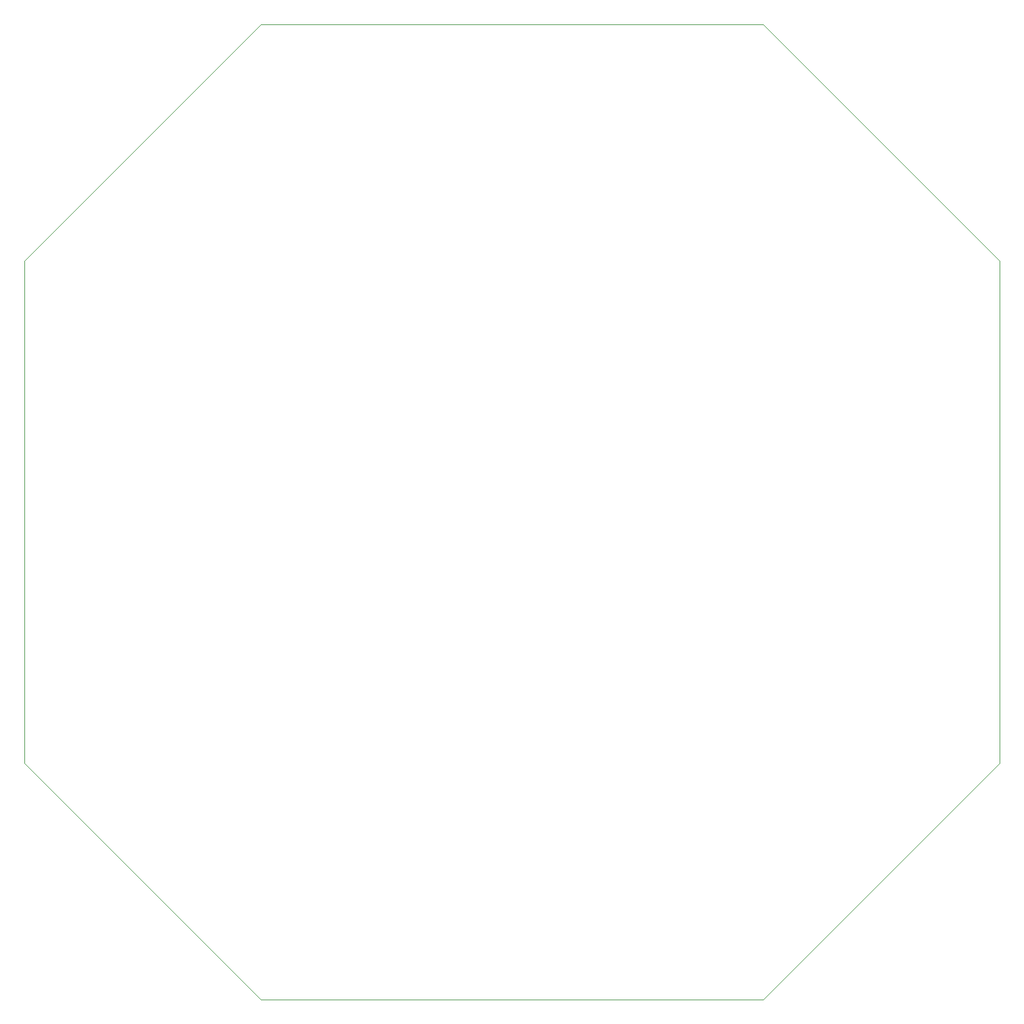
<source format=gbr>
%TF.GenerationSoftware,Altium Limited,Altium Designer,19.1.6 (110)*%
G04 Layer_Color=0*
%FSLAX43Y43*%
%MOMM*%
%TF.FileFunction,Profile,NP*%
%TF.Part,Single*%
G01*
G75*
%TA.AperFunction,Profile*%
%ADD21C,0.025*%
D21*
X-16000Y16000D02*
Y84000D01*
X-0Y100000D01*
X16000Y116000D01*
X84000D01*
X116000Y84000D01*
X116000Y84000D01*
Y16000D01*
X84000Y-16000D01*
X16000D01*
X-16000Y16000D01*
%TF.MD5,c91bd4ae88c2e02cfa0dbec09df39fad*%
M02*

</source>
